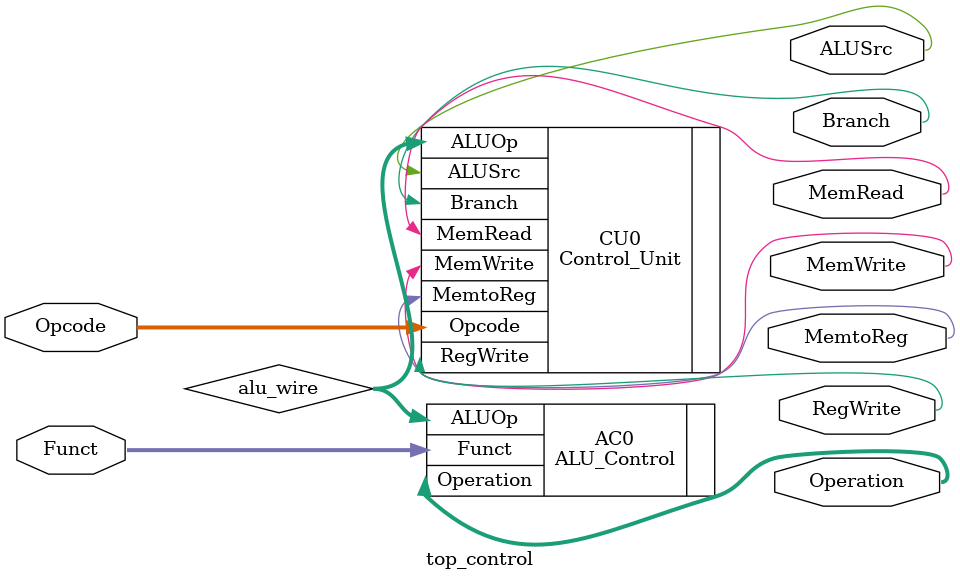
<source format=v>
module top_control
(
input [6:0] Opcode,
input [3:0] Funct,
output [3:0] Operation,
output MemRead,
output Branch,
output MemtoReg,
output MemWrite,
output ALUSrc,
output RegWrite

);
wire [1:0] alu_wire;

Control_Unit CU0
(
.Opcode(Opcode),
.MemRead(MemRead),
.Branch(Branch),
.MemtoReg(MemtoReg),
.ALUOp(alu_wire),
.MemWrite(MemWrite),
.ALUSrc(ALUSrc),
.RegWrite(RegWrite)

);

ALU_Control AC0
(
.ALUOp(alu_wire),
.Funct(Funct),
.Operation(Operation)
);





endmodule 
</source>
